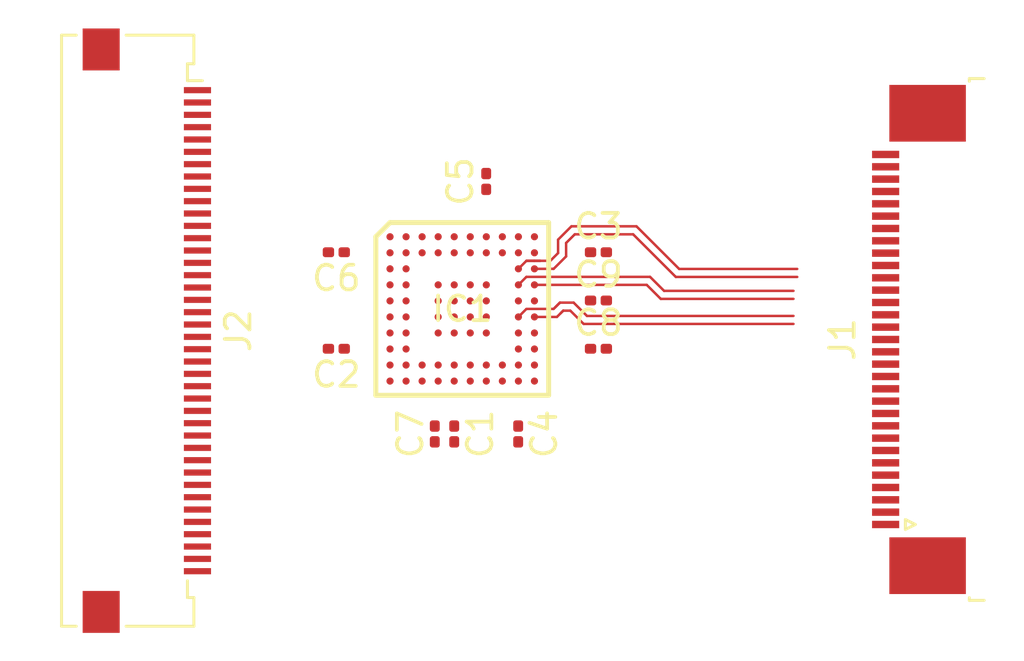
<source format=kicad_pcb>
(kicad_pcb (version 20240108) (generator "pcbnew") (generator_version "8.0")
  (layers (0 "F.Cu" signal) (31 "B.Cu" signal) (34 "B.Paste" user) (35 "F.Paste" user) (36 "B.SilkS" user "B.Silkscreen") (37 "F.SilkS" user "F.Silkscreen") (38 "B.Mask" user) (39 "F.Mask" user) (44 "Edge.Cuts" user))
  (net 0 "")
  (net 1 "GND")
  (net 62 "/MIPI_D1N")
  (net 63 "/MIPI_D3N")
  (net 64 "/MIPI_D3P")
  (net 65 "/MIPI_D2N")
  (net 66 "/MIPI_D0N")
  (net 67 "/MIPI_D0P")
  (net 68 "/MIPI_D1P")
  (net 69 "/MIPI_CN")
  (net 70 "/MIPI_D2P")
  (net 71 "/MIPI_CP")
  (net 113 "/REFCLK")
  (net 114 "/I2C_SDA")
  (net 115 "/I2C_SCL")
  (net 116 "/VSYNC")
  (net 117 "/DE")
  (net 118 "/CS")
  (net 119 "/PCLK")
  (net 120 "/HSYNC")
  (net 121 "+3V3")
  (net 122 "+1V2")
  (footprint "Capacitor_SMD:C_0201_0603Metric" (layer "F.Cu") (at 128.1176 96.0882)
    (property "Reference" "C8" (at 0 -1.05 0) (layer "F.SilkS"))
    (property "Value" "100n")
    (pad "1" smd roundrect (at -0.32 0) (size 0.46 0.4) (layers "F.Cu" "F.Mask") (net 122 "+1V2"))
    (pad "2" smd roundrect (at 0.32 0) (size 0.46 0.4) (layers "F.Cu" "F.Mask") (net 1 "GND"))
  )
  (footprint "Capacitor_SMD:C_0201_0603Metric" (layer "F.Cu") (at 124.8664 99.5426 -90)
    (property "Reference" "C4" (at 0 -1.05 -90) (layer "F.SilkS"))
    (property "Value" "100n")
    (pad "1" smd roundrect (at -0.32 0 270) (size 0.46 0.4) (layers "F.Cu" "F.Mask") (net 121 "+3V3"))
    (pad "2" smd roundrect (at 0.32 0 270) (size 0.46 0.4) (layers "F.Cu" "F.Mask") (net 1 "GND"))
  )
  (footprint "Capacitor_SMD:C_0201_0603Metric" (layer "F.Cu") (at 123.571 89.3064 90)
    (property "Reference" "C5" (at 0 -1.05 90) (layer "F.SilkS"))
    (property "Value" "100n")
    (pad "1" smd roundrect (at -0.32 0 90) (size 0.46 0.4) (layers "F.Cu" "F.Mask") (net 122 "+1V2"))
    (pad "2" smd roundrect (at 0.32 0 90) (size 0.46 0.4) (layers "F.Cu" "F.Mask") (net 1 "GND"))
  )
  (footprint "Connector_FFC-FPC:Omron_XF2M-4015-1A_1x40-1MP_P0.5mm_Horizontal" (layer "F.Cu") (at 109.8254 95.3562 -90)
    (property "Reference" "J2" (at 0 -3.7 90) (layer "F.SilkS"))
    (property "Value" "Conn_01x40_MountingPin")
    (fp_line (start -11.98 3.455) (end 11.98 3.455) (stroke (width 0.12)) (layer "F.SilkS"))
    (fp_line (start 11.98 3.455) (end 11.98 2.86) (stroke (width 0.12)) (layer "F.SilkS"))
    (fp_line (start -11.98 2.86) (end -11.98 3.455) (stroke (width 0.12)) (layer "F.SilkS"))
    (fp_line (start 11.98 0.84) (end 11.98 -1.905) (stroke (width 0.12)) (layer "F.SilkS"))
    (fp_line (start -10.82 -1.645) (end -10.82 -1.905) (stroke (width 0.12)) (layer "F.SilkS"))
    (fp_line (start -10.135 -1.645) (end -10.82 -1.645) (stroke (width 0.12)) (layer "F.SilkS"))
    (fp_line (start -10.135 -1.645) (end -10.135 -2.25) (stroke (width 0.12)) (layer "F.SilkS"))
    (fp_line (start 10.82 -1.645) (end 10.135 -1.645) (stroke (width 0.12)) (layer "F.SilkS"))
    (fp_line (start -11.98 -1.905) (end -11.98 0.84) (stroke (width 0.12)) (layer "F.SilkS"))
    (fp_line (start -10.82 -1.905) (end -11.98 -1.905) (stroke (width 0.12)) (layer "F.SilkS"))
    (fp_line (start 10.82 -1.905) (end 10.82 -1.645) (stroke (width 0.12)) (layer "F.SilkS"))
    (fp_line (start 11.98 -1.905) (end 10.82 -1.905) (stroke (width 0.12)) (layer "F.SilkS"))
    (pad "1" smd rect (at -9.75 -2.05 270) (size 0.25 1.1) (layers "F.Cu" "F.Paste" "F.Mask"))
    (pad "2" smd rect (at -9.25 -2.05 270) (size 0.25 1.1) (layers "F.Cu" "F.Paste" "F.Mask"))
    (pad "3" smd rect (at -8.75 -2.05 270) (size 0.25 1.1) (layers "F.Cu" "F.Paste" "F.Mask"))
    (pad "4" smd rect (at -8.25 -2.05 270) (size 0.25 1.1) (layers "F.Cu" "F.Paste" "F.Mask"))
    (pad "5" smd rect (at -7.75 -2.05 270) (size 0.25 1.1) (layers "F.Cu" "F.Paste" "F.Mask"))
    (pad "6" smd rect (at -7.25 -2.05 270) (size 0.25 1.1) (layers "F.Cu" "F.Paste" "F.Mask"))
    (pad "7" smd rect (at -6.75 -2.05 270) (size 0.25 1.1) (layers "F.Cu" "F.Paste" "F.Mask"))
    (pad "8" smd rect (at -6.25 -2.05 270) (size 0.25 1.1) (layers "F.Cu" "F.Paste" "F.Mask"))
    (pad "9" smd rect (at -5.75 -2.05 270) (size 0.25 1.1) (layers "F.Cu" "F.Paste" "F.Mask"))
    (pad "10" smd rect (at -5.25 -2.05 270) (size 0.25 1.1) (layers "F.Cu" "F.Paste" "F.Mask"))
    (pad "11" smd rect (at -4.75 -2.05 270) (size 0.25 1.1) (layers "F.Cu" "F.Paste" "F.Mask"))
    (pad "12" smd rect (at -4.25 -2.05 270) (size 0.25 1.1) (layers "F.Cu" "F.Paste" "F.Mask"))
    (pad "13" smd rect (at -3.75 -2.05 270) (size 0.25 1.1) (layers "F.Cu" "F.Paste" "F.Mask"))
    (pad "14" smd rect (at -3.25 -2.05 270) (size 0.25 1.1) (layers "F.Cu" "F.Paste" "F.Mask"))
    (pad "15" smd rect (at -2.75 -2.05 270) (size 0.25 1.1) (layers "F.Cu" "F.Paste" "F.Mask"))
    (pad "16" smd rect (at -2.25 -2.05 270) (size 0.25 1.1) (layers "F.Cu" "F.Paste" "F.Mask"))
    (pad "17" smd rect (at -1.75 -2.05 270) (size 0.25 1.1) (layers "F.Cu" "F.Paste" "F.Mask"))
    (pad "18" smd rect (at -1.25 -2.05 270) (size 0.25 1.1) (layers "F.Cu" "F.Paste" "F.Mask"))
    (pad "19" smd rect (at -0.75 -2.05 270) (size 0.25 1.1) (layers "F.Cu" "F.Paste" "F.Mask"))
    (pad "20" smd rect (at -0.25 -2.05 270) (size 0.25 1.1) (layers "F.Cu" "F.Paste" "F.Mask"))
    (pad "21" smd rect (at 0.25 -2.05 270) (size 0.25 1.1) (layers "F.Cu" "F.Paste" "F.Mask"))
    (pad "22" smd rect (at 0.75 -2.05 270) (size 0.25 1.1) (layers "F.Cu" "F.Paste" "F.Mask"))
    (pad "23" smd rect (at 1.25 -2.05 270) (size 0.25 1.1) (layers "F.Cu" "F.Paste" "F.Mask"))
    (pad "24" smd rect (at 1.75 -2.05 270) (size 0.25 1.1) (layers "F.Cu" "F.Paste" "F.Mask"))
    (pad "25" smd rect (at 2.25 -2.05 270) (size 0.25 1.1) (layers "F.Cu" "F.Paste" "F.Mask"))
    (pad "26" smd rect (at 2.75 -2.05 270) (size 0.25 1.1) (layers "F.Cu" "F.Paste" "F.Mask"))
    (pad "27" smd rect (at 3.25 -2.05 270) (size 0.25 1.1) (layers "F.Cu" "F.Paste" "F.Mask"))
    (pad "28" smd rect (at 3.75 -2.05 270) (size 0.25 1.1) (layers "F.Cu" "F.Paste" "F.Mask"))
    (pad "29" smd rect (at 4.25 -2.05 270) (size 0.25 1.1) (layers "F.Cu" "F.Paste" "F.Mask"))
    (pad "30" smd rect (at 4.75 -2.05 270) (size 0.25 1.1) (layers "F.Cu" "F.Paste" "F.Mask"))
    (pad "31" smd rect (at 5.25 -2.05 270) (size 0.25 1.1) (layers "F.Cu" "F.Paste" "F.Mask"))
    (pad "32" smd rect (at 5.75 -2.05 270) (size 0.25 1.1) (layers "F.Cu" "F.Paste" "F.Mask"))
    (pad "33" smd rect (at 6.25 -2.05 270) (size 0.25 1.1) (layers "F.Cu" "F.Paste" "F.Mask"))
    (pad "34" smd rect (at 6.75 -2.05 270) (size 0.25 1.1) (layers "F.Cu" "F.Paste" "F.Mask"))
    (pad "35" smd rect (at 7.25 -2.05 270) (size 0.25 1.1) (layers "F.Cu" "F.Paste" "F.Mask"))
    (pad "36" smd rect (at 7.75 -2.05 270) (size 0.25 1.1) (layers "F.Cu" "F.Paste" "F.Mask"))
    (pad "37" smd rect (at 8.25 -2.05 270) (size 0.25 1.1) (layers "F.Cu" "F.Paste" "F.Mask"))
    (pad "38" smd rect (at 8.75 -2.05 270) (size 0.25 1.1) (layers "F.Cu" "F.Paste" "F.Mask"))
    (pad "39" smd rect (at 9.25 -2.05 270) (size 0.25 1.1) (layers "F.Cu" "F.Paste" "F.Mask"))
    (pad "40" smd rect (at 9.75 -2.05 270) (size 0.25 1.1) (layers "F.Cu" "F.Paste" "F.Mask"))
    (pad "MP" smd rect (at -11.4 1.85 270) (size 1.7 1.5) (layers "F.Cu" "F.Paste" "F.Mask"))
    (pad "MP" smd rect (at 11.4 1.85 270) (size 1.7 1.5) (layers "F.Cu" "F.Paste" "F.Mask"))
  )
  (footprint "Capacitor_SMD:C_0201_0603Metric" (layer "F.Cu") (at 128.1176 92.1766)
    (property "Reference" "C3" (at 0 -1.05 0) (layer "F.SilkS"))
    (property "Value" "100n")
    (pad "1" smd roundrect (at -0.32 0) (size 0.46 0.4) (layers "F.Cu" "F.Mask") (net 121 "+3V3"))
    (pad "2" smd roundrect (at 0.32 0) (size 0.46 0.4) (layers "F.Cu" "F.Mask") (net 1 "GND"))
  )
  (footprint "Capacitor_SMD:C_0201_0603Metric" (layer "F.Cu") (at 122.2756 99.5426 -90)
    (property "Reference" "C1" (at 0 -1.05 -90) (layer "F.SilkS"))
    (property "Value" "100n")
    (pad "1" smd roundrect (at -0.32 0 270) (size 0.46 0.4) (layers "F.Cu" "F.Mask") (net 121 "+3V3"))
    (pad "2" smd roundrect (at 0.32 0 270) (size 0.46 0.4) (layers "F.Cu" "F.Mask") (net 1 "GND"))
  )
  (footprint "Capacitor_SMD:C_0201_0603Metric" (layer "F.Cu") (at 121.4882 99.5426 -90)
    (property "Reference" "C7" (at 0 0.9906 -90) (layer "F.SilkS"))
    (property "Value" "100n")
    (pad "1" smd roundrect (at -0.32 0 270) (size 0.46 0.4) (layers "F.Cu" "F.Mask") (net 122 "+1V2"))
    (pad "2" smd roundrect (at 0.32 0 270) (size 0.46 0.4) (layers "F.Cu" "F.Mask") (net 1 "GND"))
  )
  (footprint "TC358778XBG_EL_:BGA80C65P10X10_700X700X100" (layer "F.Cu") (at 122.6006 94.4736)
    (property "Reference" "IC1" (at 0 0 0) (layer "F.SilkS"))
    (property "Value" "TC358778XBG_EL_")
    (fp_line (start -3.5 -2.925) (end -2.925 -3.5) (stroke (width 0.2)) (layer "F.SilkS"))
    (fp_line (start -3.5 3.5) (end -3.5 -2.925) (stroke (width 0.2)) (layer "F.SilkS"))
    (fp_line (start -2.925 -3.5) (end 3.5 -3.5) (stroke (width 0.2)) (layer "F.SilkS"))
    (fp_line (start 3.5 -3.5) (end 3.5 3.5) (stroke (width 0.2)) (layer "F.SilkS"))
    (fp_line (start 3.5 3.5) (end -3.5 3.5) (stroke (width 0.2)) (layer "F.SilkS"))
    (pad "A1" smd circle (at -2.925 -2.925) (size 0.29 0.29) (layers "F.Cu" "F.Paste" "F.Mask") (net 1 "GND"))
    (pad "A2" smd circle (at -2.275 -2.925) (size 0.29 0.29) (layers "F.Cu" "F.Paste" "F.Mask"))
    (pad "A3" smd circle (at -1.625 -2.925) (size 0.29 0.29) (layers "F.Cu" "F.Paste" "F.Mask"))
    (pad "A4" smd circle (at -0.975 -2.925) (size 0.29 0.29) (layers "F.Cu" "F.Paste" "F.Mask"))
    (pad "A5" smd circle (at -0.325 -2.925) (size 0.29 0.29) (layers "F.Cu" "F.Paste" "F.Mask"))
    (pad "A6" smd circle (at 0.325 -2.925) (size 0.29 0.29) (layers "F.Cu" "F.Paste" "F.Mask"))
    (pad "A7" smd circle (at 0.975 -2.925) (size 0.29 0.29) (layers "F.Cu" "F.Paste" "F.Mask") (net 122 "+1V2"))
    (pad "A8" smd circle (at 1.625 -2.925) (size 0.29 0.29) (layers "F.Cu" "F.Paste" "F.Mask") (net 115 "/I2C_SCL"))
    (pad "A9" smd circle (at 2.275 -2.925) (size 0.29 0.29) (layers "F.Cu" "F.Paste" "F.Mask"))
    (pad "A10" smd circle (at 2.925 -2.925) (size 0.29 0.29) (layers "F.Cu" "F.Paste" "F.Mask") (net 1 "GND"))
    (pad "B1" smd circle (at -2.925 -2.275) (size 0.29 0.29) (layers "F.Cu" "F.Paste" "F.Mask") (net 122 "+1V2"))
    (pad "B2" smd circle (at -2.275 -2.275) (size 0.29 0.29) (layers "F.Cu" "F.Paste" "F.Mask"))
    (pad "B3" smd circle (at -1.625 -2.275) (size 0.29 0.29) (layers "F.Cu" "F.Paste" "F.Mask"))
    (pad "B4" smd circle (at -0.975 -2.275) (size 0.29 0.29) (layers "F.Cu" "F.Paste" "F.Mask"))
    (pad "B5" smd circle (at -0.325 -2.275) (size 0.29 0.29) (layers "F.Cu" "F.Paste" "F.Mask"))
    (pad "B6" smd circle (at 0.325 -2.275) (size 0.29 0.29) (layers "F.Cu" "F.Paste" "F.Mask"))
    (pad "B7" smd circle (at 0.975 -2.275) (size 0.29 0.29) (layers "F.Cu" "F.Paste" "F.Mask") (net 1 "GND"))
    (pad "B8" smd circle (at 1.625 -2.275) (size 0.29 0.29) (layers "F.Cu" "F.Paste" "F.Mask") (net 114 "/I2C_SDA"))
    (pad "B9" smd circle (at 2.275 -2.275) (size 0.29 0.29) (layers "F.Cu" "F.Paste" "F.Mask"))
    (pad "B10" smd circle (at 2.925 -2.275) (size 0.29 0.29) (layers "F.Cu" "F.Paste" "F.Mask") (net 121 "+3V3"))
    (pad "C1" smd circle (at -2.925 -1.625) (size 0.29 0.29) (layers "F.Cu" "F.Paste" "F.Mask"))
    (pad "C2" smd circle (at -2.275 -1.625) (size 0.29 0.29) (layers "F.Cu" "F.Paste" "F.Mask"))
    (pad "C9" smd circle (at 2.275 -1.625) (size 0.29 0.29) (layers "F.Cu" "F.Paste" "F.Mask") (net 64 "/MIPI_D3P"))
    (pad "C10" smd circle (at 2.925 -1.625) (size 0.29 0.29) (layers "F.Cu" "F.Paste" "F.Mask") (net 63 "/MIPI_D3N"))
    (pad "D1" smd circle (at -2.925 -0.975) (size 0.29 0.29) (layers "F.Cu" "F.Paste" "F.Mask"))
    (pad "D2" smd circle (at -2.275 -0.975) (size 0.29 0.29) (layers "F.Cu" "F.Paste" "F.Mask"))
    (pad "D4" smd circle (at -0.975 -0.975) (size 0.29 0.29) (layers "F.Cu" "F.Paste" "F.Mask") (net 1 "GND"))
    (pad "D5" smd circle (at -0.325 -0.975) (size 0.29 0.29) (layers "F.Cu" "F.Paste" "F.Mask") (net 1 "GND"))
    (pad "D6" smd circle (at 0.325 -0.975) (size 0.29 0.29) (layers "F.Cu" "F.Paste" "F.Mask") (net 1 "GND"))
    (pad "D7" smd circle (at 0.975 -0.975) (size 0.29 0.29) (layers "F.Cu" "F.Paste" "F.Mask") (net 1 "GND"))
    (pad "D9" smd circle (at 2.275 -0.975) (size 0.29 0.29) (layers "F.Cu" "F.Paste" "F.Mask") (net 70 "/MIPI_D2P"))
    (pad "D10" smd circle (at 2.925 -0.975) (size 0.29 0.29) (layers "F.Cu" "F.Paste" "F.Mask") (net 65 "/MIPI_D2N"))
    (pad "E1" smd circle (at -2.925 -0.325) (size 0.29 0.29) (layers "F.Cu" "F.Paste" "F.Mask"))
    (pad "E2" smd circle (at -2.275 -0.325) (size 0.29 0.29) (layers "F.Cu" "F.Paste" "F.Mask"))
    (pad "E4" smd circle (at -0.975 -0.325) (size 0.29 0.29) (layers "F.Cu" "F.Paste" "F.Mask") (net 1 "GND"))
    (pad "E5" smd circle (at -0.325 -0.325) (size 0.29 0.29) (layers "F.Cu" "F.Paste" "F.Mask") (net 1 "GND"))
    (pad "E6" smd circle (at 0.325 -0.325) (size 0.29 0.29) (layers "F.Cu" "F.Paste" "F.Mask") (net 1 "GND"))
    (pad "E7" smd circle (at 0.975 -0.325) (size 0.29 0.29) (layers "F.Cu" "F.Paste" "F.Mask") (net 1 "GND"))
    (pad "E9" smd circle (at 2.275 -0.325) (size 0.29 0.29) (layers "F.Cu" "F.Paste" "F.Mask") (net 1 "GND"))
    (pad "E10" smd circle (at 2.925 -0.325) (size 0.29 0.29) (layers "F.Cu" "F.Paste" "F.Mask") (net 122 "+1V2"))
    (pad "F1" smd circle (at -2.925 0.325) (size 0.29 0.29) (layers "F.Cu" "F.Paste" "F.Mask"))
    (pad "F2" smd circle (at -2.275 0.325) (size 0.29 0.29) (layers "F.Cu" "F.Paste" "F.Mask"))
    (pad "F4" smd circle (at -0.975 0.325) (size 0.29 0.29) (layers "F.Cu" "F.Paste" "F.Mask") (net 1 "GND"))
    (pad "F5" smd circle (at -0.325 0.325) (size 0.29 0.29) (layers "F.Cu" "F.Paste" "F.Mask") (net 1 "GND"))
    (pad "F6" smd circle (at 0.325 0.325) (size 0.29 0.29) (layers "F.Cu" "F.Paste" "F.Mask") (net 1 "GND"))
    (pad "F7" smd circle (at 0.975 0.325) (size 0.29 0.29) (layers "F.Cu" "F.Paste" "F.Mask") (net 1 "GND"))
    (pad "F9" smd circle (at 2.275 0.325) (size 0.29 0.29) (layers "F.Cu" "F.Paste" "F.Mask") (net 71 "/MIPI_CP"))
    (pad "F10" smd circle (at 2.925 0.325) (size 0.29 0.29) (layers "F.Cu" "F.Paste" "F.Mask") (net 69 "/MIPI_CN"))
    (pad "G1" smd circle (at -2.925 0.975) (size 0.29 0.29) (layers "F.Cu" "F.Paste" "F.Mask"))
    (pad "G2" smd circle (at -2.275 0.975) (size 0.29 0.29) (layers "F.Cu" "F.Paste" "F.Mask"))
    (pad "G4" smd circle (at -0.975 0.975) (size 0.29 0.29) (layers "F.Cu" "F.Paste" "F.Mask") (net 1 "GND"))
    (pad "G5" smd circle (at -0.325 0.975) (size 0.29 0.29) (layers "F.Cu" "F.Paste" "F.Mask") (net 1 "GND"))
    (pad "G6" smd circle (at 0.325 0.975) (size 0.29 0.29) (layers "F.Cu" "F.Paste" "F.Mask") (net 1 "GND"))
    (pad "G7" smd circle (at 0.975 0.975) (size 0.29 0.29) (layers "F.Cu" "F.Paste" "F.Mask") (net 1 "GND"))
    (pad "G9" smd circle (at 2.275 0.975) (size 0.29 0.29) (layers "F.Cu" "F.Paste" "F.Mask") (net 68 "/MIPI_D1P"))
    (pad "G10" smd circle (at 2.925 0.975) (size 0.29 0.29) (layers "F.Cu" "F.Paste" "F.Mask") (net 62 "/MIPI_D1N"))
    (pad "H1" smd circle (at -2.925 1.625) (size 0.29 0.29) (layers "F.Cu" "F.Paste" "F.Mask") (net 121 "+3V3"))
    (pad "H2" smd circle (at -2.275 1.625) (size 0.29 0.29) (layers "F.Cu" "F.Paste" "F.Mask") (net 1 "GND"))
    (pad "H9" smd circle (at 2.275 1.625) (size 0.29 0.29) (layers "F.Cu" "F.Paste" "F.Mask") (net 1 "GND"))
    (pad "H10" smd circle (at 2.925 1.625) (size 0.29 0.29) (layers "F.Cu" "F.Paste" "F.Mask") (net 122 "+1V2"))
    (pad "J1" smd circle (at -2.925 2.275) (size 0.29 0.29) (layers "F.Cu" "F.Paste" "F.Mask"))
    (pad "J2" smd circle (at -2.275 2.275) (size 0.29 0.29) (layers "F.Cu" "F.Paste" "F.Mask"))
    (pad "J3" smd circle (at -1.625 2.275) (size 0.29 0.29) (layers "F.Cu" "F.Paste" "F.Mask"))
    (pad "J4" smd circle (at -0.975 2.275) (size 0.29 0.29) (layers "F.Cu" "F.Paste" "F.Mask") (net 1 "GND"))
    (pad "J5" smd circle (at -0.325 2.275) (size 0.29 0.29) (layers "F.Cu" "F.Paste" "F.Mask") (net 1 "GND"))
    (pad "J6" smd circle (at 0.325 2.275) (size 0.29 0.29) (layers "F.Cu" "F.Paste" "F.Mask") (net 119 "/PCLK"))
    (pad "J7" smd circle (at 0.975 2.275) (size 0.29 0.29) (layers "F.Cu" "F.Paste" "F.Mask") (net 117 "/DE"))
    (pad "J8" smd circle (at 1.625 2.275) (size 0.29 0.29) (layers "F.Cu" "F.Paste" "F.Mask") (net 118 "/CS"))
    (pad "J9" smd circle (at 2.275 2.275) (size 0.29 0.29) (layers "F.Cu" "F.Paste" "F.Mask") (net 67 "/MIPI_D0P"))
    (pad "J10" smd circle (at 2.925 2.275) (size 0.29 0.29) (layers "F.Cu" "F.Paste" "F.Mask") (net 66 "/MIPI_D0N"))
    (pad "K1" smd circle (at -2.925 2.925) (size 0.29 0.29) (layers "F.Cu" "F.Paste" "F.Mask"))
    (pad "K2" smd circle (at -2.275 2.925) (size 0.29 0.29) (layers "F.Cu" "F.Paste" "F.Mask"))
    (pad "K3" smd circle (at -1.625 2.925) (size 0.29 0.29) (layers "F.Cu" "F.Paste" "F.Mask"))
    (pad "K4" smd circle (at -0.975 2.925) (size 0.29 0.29) (layers "F.Cu" "F.Paste" "F.Mask") (net 122 "+1V2"))
    (pad "K5" smd circle (at -0.325 2.925) (size 0.29 0.29) (layers "F.Cu" "F.Paste" "F.Mask") (net 121 "+3V3"))
    (pad "K6" smd circle (at 0.325 2.925) (size 0.29 0.29) (layers "F.Cu" "F.Paste" "F.Mask") (net 113 "/REFCLK"))
    (pad "K7" smd circle (at 0.975 2.925) (size 0.29 0.29) (layers "F.Cu" "F.Paste" "F.Mask") (net 116 "/VSYNC"))
    (pad "K8" smd circle (at 1.625 2.925) (size 0.29 0.29) (layers "F.Cu" "F.Paste" "F.Mask") (net 120 "/HSYNC"))
    (pad "K9" smd circle (at 2.275 2.925) (size 0.29 0.29) (layers "F.Cu" "F.Paste" "F.Mask") (net 121 "+3V3"))
    (pad "K10" smd circle (at 2.925 2.925) (size 0.29 0.29) (layers "F.Cu" "F.Paste" "F.Mask") (net 1 "GND"))
  )
  (footprint "Capacitor_SMD:C_0201_0603Metric" (layer "F.Cu") (at 117.5004 92.1766 180)
    (property "Reference" "C6" (at 0 -1.05 180) (layer "F.SilkS"))
    (property "Value" "100n")
    (pad "1" smd roundrect (at -0.32 0 180) (size 0.46 0.4) (layers "F.Cu" "F.Mask") (net 122 "+1V2"))
    (pad "2" smd roundrect (at 0.32 0 180) (size 0.46 0.4) (layers "F.Cu" "F.Mask") (net 1 "GND"))
  )
  (footprint "Connector_FFC-FPC:TE_3-1734839-1_1x31-1MP_P0.5mm_Horizontal" (layer "F.Cu") (at 141.1008 95.7124 90)
    (property "Reference" "J1" (at 0 -3.1 90) (layer "F.SilkS"))
    (property "Value" "Conn_01x31_MountingPin")
    (fp_line (start -7.3 -0.55) (end -7.7 -0.55) (stroke (width 0.12)) (layer "F.SilkS"))
    (fp_line (start -7.7 -0.55) (end -7.5 -0.15) (stroke (width 0.12)) (layer "F.SilkS"))
    (fp_line (start -7.5 -0.15) (end -7.3 -0.55) (stroke (width 0.12)) (layer "F.SilkS"))
    (fp_line (start 10.575 2.04) (end 10.575 2.64) (stroke (width 0.12)) (layer "F.SilkS"))
    (fp_line (start 10.465 2.04) (end 10.575 2.04) (stroke (width 0.12)) (layer "F.SilkS"))
    (fp_line (start -10.465 2.04) (end -10.575 2.04) (stroke (width 0.12)) (layer "F.SilkS"))
    (fp_line (start -10.575 2.04) (end -10.575 2.64) (stroke (width 0.12)) (layer "F.SilkS"))
    (pad "1" smd rect (at -7.5 -1.35 90) (size 0.3 1.1) (layers "F.Cu" "F.Paste" "F.Mask"))
    (pad "2" smd rect (at -7 -1.35 90) (size 0.3 1.1) (layers "F.Cu" "F.Paste" "F.Mask"))
    (pad "3" smd rect (at -6.5 -1.35 90) (size 0.3 1.1) (layers "F.Cu" "F.Paste" "F.Mask"))
    (pad "4" smd rect (at -6 -1.35 90) (size 0.3 1.1) (layers "F.Cu" "F.Paste" "F.Mask"))
    (pad "5" smd rect (at -5.5 -1.35 90) (size 0.3 1.1) (layers "F.Cu" "F.Paste" "F.Mask"))
    (pad "6" smd rect (at -5 -1.35 90) (size 0.3 1.1) (layers "F.Cu" "F.Paste" "F.Mask"))
    (pad "7" smd rect (at -4.5 -1.35 90) (size 0.3 1.1) (layers "F.Cu" "F.Paste" "F.Mask"))
    (pad "8" smd rect (at -4 -1.35 90) (size 0.3 1.1) (layers "F.Cu" "F.Paste" "F.Mask"))
    (pad "9" smd rect (at -3.5 -1.35 90) (size 0.3 1.1) (layers "F.Cu" "F.Paste" "F.Mask"))
    (pad "10" smd rect (at -3 -1.35 90) (size 0.3 1.1) (layers "F.Cu" "F.Paste" "F.Mask"))
    (pad "11" smd rect (at -2.5 -1.35 90) (size 0.3 1.1) (layers "F.Cu" "F.Paste" "F.Mask"))
    (pad "12" smd rect (at -2 -1.35 90) (size 0.3 1.1) (layers "F.Cu" "F.Paste" "F.Mask"))
    (pad "13" smd rect (at -1.5 -1.35 90) (size 0.3 1.1) (layers "F.Cu" "F.Paste" "F.Mask"))
    (pad "14" smd rect (at -1 -1.35 90) (size 0.3 1.1) (layers "F.Cu" "F.Paste" "F.Mask"))
    (pad "15" smd rect (at -0.5 -1.35 90) (size 0.3 1.1) (layers "F.Cu" "F.Paste" "F.Mask"))
    (pad "16" smd rect (at 0 -1.35 90) (size 0.3 1.1) (layers "F.Cu" "F.Paste" "F.Mask"))
    (pad "17" smd rect (at 0.5 -1.35 90) (size 0.3 1.1) (layers "F.Cu" "F.Paste" "F.Mask"))
    (pad "18" smd rect (at 1 -1.35 90) (size 0.3 1.1) (layers "F.Cu" "F.Paste" "F.Mask"))
    (pad "19" smd rect (at 1.5 -1.35 90) (size 0.3 1.1) (layers "F.Cu" "F.Paste" "F.Mask"))
    (pad "20" smd rect (at 2 -1.35 90) (size 0.3 1.1) (layers "F.Cu" "F.Paste" "F.Mask"))
    (pad "21" smd rect (at 2.5 -1.35 90) (size 0.3 1.1) (layers "F.Cu" "F.Paste" "F.Mask"))
    (pad "22" smd rect (at 3 -1.35 90) (size 0.3 1.1) (layers "F.Cu" "F.Paste" "F.Mask"))
    (pad "23" smd rect (at 3.5 -1.35 90) (size 0.3 1.1) (layers "F.Cu" "F.Paste" "F.Mask"))
    (pad "24" smd rect (at 4 -1.35 90) (size 0.3 1.1) (layers "F.Cu" "F.Paste" "F.Mask"))
    (pad "25" smd rect (at 4.5 -1.35 90) (size 0.3 1.1) (layers "F.Cu" "F.Paste" "F.Mask"))
    (pad "26" smd rect (at 5 -1.35 90) (size 0.3 1.1) (layers "F.Cu" "F.Paste" "F.Mask"))
    (pad "27" smd rect (at 5.5 -1.35 90) (size 0.3 1.1) (layers "F.Cu" "F.Paste" "F.Mask"))
    (pad "28" smd rect (at 6 -1.35 90) (size 0.3 1.1) (layers "F.Cu" "F.Paste" "F.Mask"))
    (pad "29" smd rect (at 6.5 -1.35 90) (size 0.3 1.1) (layers "F.Cu" "F.Paste" "F.Mask"))
    (pad "30" smd rect (at 7 -1.35 90) (size 0.3 1.1) (layers "F.Cu" "F.Paste" "F.Mask"))
    (pad "31" smd rect (at 7.5 -1.35 90) (size 0.3 1.1) (layers "F.Cu" "F.Paste" "F.Mask"))
    (pad "MP" smd rect (at -9.17 0.35 90) (size 2.3 3.1) (layers "F.Cu" "F.Paste" "F.Mask"))
    (pad "MP" smd rect (at 9.17 0.35 90) (size 2.3 3.1) (layers "F.Cu" "F.Paste" "F.Mask"))
  )
  (footprint "Capacitor_SMD:C_0201_0603Metric" (layer "F.Cu") (at 117.5004 96.0882 180)
    (property "Reference" "C2" (at 0 -1.05 180) (layer "F.SilkS"))
    (property "Value" "100n")
    (pad "1" smd roundrect (at -0.32 0 180) (size 0.46 0.4) (layers "F.Cu" "F.Mask") (net 121 "+3V3"))
    (pad "2" smd roundrect (at 0.32 0 180) (size 0.46 0.4) (layers "F.Cu" "F.Mask") (net 1 "GND"))
  )
  (footprint "Capacitor_SMD:C_0201_0603Metric" (layer "F.Cu") (at 128.1176 94.1324)
    (property "Reference" "C9" (at 0 -1.05 0) (layer "F.SilkS"))
    (property "Value" "100n")
    (pad "1" smd roundrect (at -0.32 0) (size 0.46 0.4) (layers "F.Cu" "F.Mask") (net 122 "+1V2"))
    (pad "2" smd roundrect (at 0.32 0) (size 0.46 0.4) (layers "F.Cu" "F.Mask") (net 1 "GND"))
  )
  (segment (start 125.5256 92.8486) (end 126.30381 92.8486) (width 0.1) (layer "F.Cu") (net 63))
  (segment (start 127.1581 91.4501) (end 129.52349 91.4501) (width 0.1) (layer "F.Cu") (net 63))
  (segment (start 126.807912 92.344498) (end 126.807912 91.800288) (width 0.1) (layer "F.Cu") (net 63))
  (segment (start 129.52349 91.4501) (end 131.25069 93.1773) (width 0.1) (layer "F.Cu") (net 63))
  (segment (start 126.30381 92.8486) (end 126.807912 92.344498) (width 0.1) (layer "F.Cu") (net 63))
  (segment (start 131.25069 93.1773) (end 136.1694 93.1773) (width 0.1) (layer "F.Cu") (net 63))
  (segment (start 126.807912 91.800288) (end 127.1581 91.4501) (width 0.1) (layer "F.Cu") (net 63))
  (segment (start 129.65811 91.1251) (end 131.38531 92.8523) (width 0.1) (layer "F.Cu") (net 64))
  (segment (start 126.16919 92.5236) (end 126.482912 92.209878) (width 0.1) (layer "F.Cu") (net 64))
  (segment (start 125.5182 92.5236) (end 125.764 92.5236) (width 0.1) (layer "F.Cu") (net 64))
  (segment (start 126.482912 91.665668) (end 127.02348 91.1251) (width 0.1) (layer "F.Cu") (net 64))
  (segment (start 126.482912 92.209878) (end 126.482912 91.665668) (width 0.1) (layer "F.Cu") (net 64))
  (segment (start 127.02348 91.1251) (end 129.65811 91.1251) (width 0.1) (layer "F.Cu") (net 64))
  (segment (start 125.2006 92.5236) (end 126.16919 92.5236) (width 0.1) (layer "F.Cu") (net 64))
  (segment (start 125.2006 92.5236) (end 125.5182 92.5236) (width 0.1) (layer "F.Cu") (net 64))
  (segment (start 131.38531 92.8523) (end 136.1694 92.8523) (width 0.1) (layer "F.Cu") (net 64))
  (segment (start 124.8756 92.8486) (end 125.2006 92.5236) (width 0.1) (layer "F.Cu") (net 64))
  (segment (start 130.07339 93.4986) (end 130.64109 94.0663) (width 0.1) (layer "F.Cu") (net 65))
  (segment (start 125.5256 93.4986) (end 130.07339 93.4986) (width 0.1) (layer "F.Cu") (net 65))
  (segment (start 130.64109 94.0663) (end 136.017 94.0663) (width 0.1) (layer "F.Cu") (net 65))
  (segment (start 125.5256 94.7986) (end 126.43661 94.7986) (width 0.1) (layer "F.Cu") (net 69))
  (segment (start 126.43661 94.7986) (end 126.690962 94.544248) (width 0.1) (layer "F.Cu") (net 69))
  (segment (start 126.978838 94.544248) (end 127.51689 95.0823) (width 0.1) (layer "F.Cu") (net 69))
  (segment (start 126.690962 94.544248) (end 126.978838 94.544248) (width 0.1) (layer "F.Cu") (net 69))
  (segment (start 126.581505 94.653705) (end 126.690962 94.544248) (width 0.1) (layer "F.Cu") (net 69))
  (segment (start 127.51689 95.0823) (end 136.017 95.0823) (width 0.1) (layer "F.Cu") (net 69))
  (segment (start 130.20801 93.1736) (end 130.77571 93.7413) (width 0.1) (layer "F.Cu") (net 70))
  (segment (start 124.8756 93.4986) (end 125.2006 93.1736) (width 0.1) (layer "F.Cu") (net 70))
  (segment (start 125.2006 93.1736) (end 130.20801 93.1736) (width 0.1) (layer "F.Cu") (net 70))
  (segment (start 130.77571 93.7413) (end 136.017 93.7413) (width 0.1) (layer "F.Cu") (net 70))
  (segment (start 124.8756 94.7986) (end 125.2006 94.4736) (width 0.1) (layer "F.Cu") (net 71))
  (segment (start 125.2006 94.4736) (end 126.30199 94.4736) (width 0.1) (layer "F.Cu") (net 71))
  (segment (start 127.65151 94.7573) (end 136.017 94.7573) (width 0.1) (layer "F.Cu") (net 71))
  (segment (start 127.113458 94.219248) (end 127.65151 94.7573) (width 0.1) (layer "F.Cu") (net 71))
  (segment (start 126.351695 94.423895) (end 126.556342 94.219248) (width 0.1) (layer "F.Cu") (net 71))
  (segment (start 126.30199 94.4736) (end 126.556342 94.219248) (width 0.1) (layer "F.Cu") (net 71))
  (segment (start 126.556342 94.219248) (end 127.113458 94.219248) (width 0.1) (layer "F.Cu") (net 71))
)
</source>
